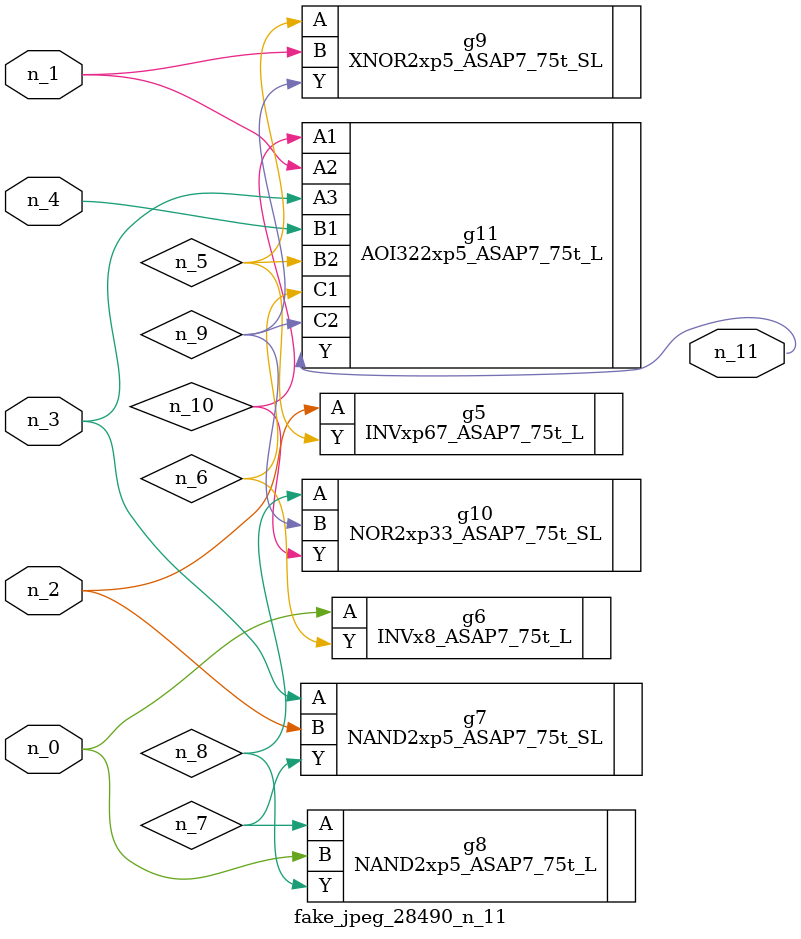
<source format=v>
module fake_jpeg_28490_n_11 (n_3, n_2, n_1, n_0, n_4, n_11);

input n_3;
input n_2;
input n_1;
input n_0;
input n_4;

output n_11;

wire n_10;
wire n_8;
wire n_9;
wire n_6;
wire n_5;
wire n_7;

INVxp67_ASAP7_75t_L g5 ( 
.A(n_2),
.Y(n_5)
);

INVx8_ASAP7_75t_L g6 ( 
.A(n_0),
.Y(n_6)
);

NAND2xp5_ASAP7_75t_SL g7 ( 
.A(n_3),
.B(n_2),
.Y(n_7)
);

NAND2xp5_ASAP7_75t_L g8 ( 
.A(n_7),
.B(n_0),
.Y(n_8)
);

NOR2xp33_ASAP7_75t_SL g10 ( 
.A(n_8),
.B(n_9),
.Y(n_10)
);

XNOR2xp5_ASAP7_75t_SL g9 ( 
.A(n_5),
.B(n_1),
.Y(n_9)
);

AOI322xp5_ASAP7_75t_L g11 ( 
.A1(n_10),
.A2(n_1),
.A3(n_3),
.B1(n_4),
.B2(n_5),
.C1(n_6),
.C2(n_9),
.Y(n_11)
);


endmodule
</source>
